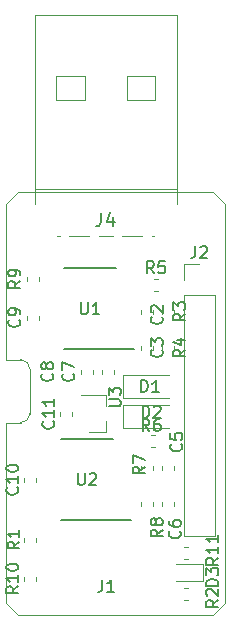
<source format=gbr>
G04 #@! TF.GenerationSoftware,KiCad,Pcbnew,(5.1.5)-3*
G04 #@! TF.CreationDate,2023-06-21T22:09:46+02:00*
G04 #@! TF.ProjectId,vkm,766b6d2e-6b69-4636-9164-5f7063625858,C*
G04 #@! TF.SameCoordinates,PX4395450PY715d7c0*
G04 #@! TF.FileFunction,Legend,Top*
G04 #@! TF.FilePolarity,Positive*
%FSLAX46Y46*%
G04 Gerber Fmt 4.6, Leading zero omitted, Abs format (unit mm)*
G04 Created by KiCad (PCBNEW (5.1.5)-3) date 2023-06-21 22:09:46*
%MOMM*%
%LPD*%
G04 APERTURE LIST*
%ADD10C,0.050000*%
%ADD11C,0.120000*%
%ADD12C,0.100000*%
%ADD13C,0.150000*%
%ADD14C,0.152000*%
G04 APERTURE END LIST*
D10*
X1016000Y37338000D02*
X0Y36322000D01*
X17526000Y37338000D02*
X18542000Y36322000D01*
X17526000Y1524000D02*
X18542000Y2540000D01*
X0Y2540000D02*
X1016000Y1524000D01*
X0Y17780000D02*
X0Y2540000D01*
X0Y23114000D02*
X0Y36322000D01*
X2032000Y18542000D02*
G75*
G02X1270000Y17780000I-762000J0D01*
G01*
X1270000Y23114000D02*
G75*
G02X2032000Y22352000I0J-762000D01*
G01*
X2032000Y18542000D02*
X2032000Y22352000D01*
X1270000Y17780000D02*
X0Y17780000D01*
X1270000Y23114000D02*
X0Y23114000D01*
X17526000Y37338000D02*
X1016000Y37338000D01*
X18542000Y2540000D02*
X18542000Y36322000D01*
X1016000Y1524000D02*
X17526000Y1524000D01*
D11*
X15402779Y7241000D02*
X15077221Y7241000D01*
X15402779Y6221000D02*
X15077221Y6221000D01*
X15053000Y31175000D02*
X16383000Y31175000D01*
X15053000Y29845000D02*
X15053000Y31175000D01*
X15053000Y28575000D02*
X17713000Y28575000D01*
X17713000Y28575000D02*
X17713000Y8195000D01*
X15053000Y28575000D02*
X15053000Y8195000D01*
X15053000Y8195000D02*
X17713000Y8195000D01*
X16725000Y5815000D02*
X14440000Y5815000D01*
X16725000Y4345000D02*
X16725000Y5815000D01*
X14440000Y4345000D02*
X16725000Y4345000D01*
X2542000Y4409221D02*
X2542000Y4734779D01*
X1522000Y4409221D02*
X1522000Y4734779D01*
X1776000Y30109279D02*
X1776000Y29783721D01*
X2796000Y30109279D02*
X2796000Y29783721D01*
X8507000Y16962000D02*
X7047000Y16962000D01*
X8507000Y20122000D02*
X6347000Y20122000D01*
X8507000Y20122000D02*
X8507000Y19192000D01*
X8507000Y16962000D02*
X8507000Y17892000D01*
X5590000Y18379221D02*
X5590000Y18704779D01*
X4570000Y18379221D02*
X4570000Y18704779D01*
X9146000Y21935221D02*
X9146000Y22260779D01*
X8126000Y21935221D02*
X8126000Y22260779D01*
X9942000Y19288000D02*
X13842000Y19288000D01*
X9942000Y17288000D02*
X13842000Y17288000D01*
X9942000Y19288000D02*
X9942000Y17288000D01*
X9942000Y21828000D02*
X13842000Y21828000D01*
X9942000Y19828000D02*
X13842000Y19828000D01*
X9942000Y21828000D02*
X9942000Y19828000D01*
X15077221Y3812000D02*
X15402779Y3812000D01*
X15077221Y2792000D02*
X15402779Y2792000D01*
X2542000Y8036779D02*
X2542000Y7711221D01*
X1522000Y8036779D02*
X1522000Y7711221D01*
D12*
X14460000Y37577000D02*
X2447000Y37577000D01*
X2447000Y52292000D02*
X2447000Y36277000D01*
X2447000Y52292000D02*
X14460000Y52292000D01*
X14460000Y52292000D02*
X14460000Y36271000D01*
X6685000Y47128000D02*
X4223000Y47128000D01*
X4223000Y47128000D02*
X4223000Y45128000D01*
X4223000Y45128000D02*
X6685000Y45128000D01*
X6685000Y47128000D02*
X6685000Y45128000D01*
X10222000Y47128000D02*
X12669000Y47128000D01*
X12669000Y47128000D02*
X12669000Y45128000D01*
X12669000Y45128000D02*
X10222000Y45128000D01*
X10222000Y47128000D02*
X10222000Y45128000D01*
X12570000Y33577000D02*
X12351000Y33577000D01*
X11555000Y33577000D02*
X9851000Y33577000D01*
X9054000Y33577000D02*
X7851000Y33577000D01*
X7054000Y33577000D02*
X5351000Y33577000D01*
X4555000Y33577000D02*
X4336000Y33577000D01*
D11*
X13206000Y11084779D02*
X13206000Y10759221D01*
X14226000Y11084779D02*
X14226000Y10759221D01*
X13206000Y14132779D02*
X13206000Y13807221D01*
X14226000Y14132779D02*
X14226000Y13807221D01*
X11428000Y24292779D02*
X11428000Y23967221D01*
X12448000Y24292779D02*
X12448000Y23967221D01*
X11428000Y27340779D02*
X11428000Y27015221D01*
X12448000Y27340779D02*
X12448000Y27015221D01*
D13*
X9083000Y16404000D02*
X4633000Y16404000D01*
X10608000Y9504000D02*
X4633000Y9504000D01*
X10862000Y23982000D02*
X4887000Y23982000D01*
X9337000Y30882000D02*
X4887000Y30882000D01*
D11*
X12448000Y11084779D02*
X12448000Y10759221D01*
X11428000Y11084779D02*
X11428000Y10759221D01*
X12448000Y14132779D02*
X12448000Y13807221D01*
X11428000Y14132779D02*
X11428000Y13807221D01*
X14226000Y24292779D02*
X14226000Y23967221D01*
X13206000Y24292779D02*
X13206000Y23967221D01*
X14226000Y27340779D02*
X14226000Y27015221D01*
X13206000Y27340779D02*
X13206000Y27015221D01*
X12283221Y16766000D02*
X12608779Y16766000D01*
X12283221Y15746000D02*
X12608779Y15746000D01*
X12537221Y29974000D02*
X12862779Y29974000D01*
X12537221Y28954000D02*
X12862779Y28954000D01*
X1522000Y12791221D02*
X1522000Y13116779D01*
X2542000Y12791221D02*
X2542000Y13116779D01*
X2796000Y26507221D02*
X2796000Y26832779D01*
X1776000Y26507221D02*
X1776000Y26832779D01*
X6348000Y21935221D02*
X6348000Y22260779D01*
X7368000Y21935221D02*
X7368000Y22260779D01*
D13*
X17978380Y6342143D02*
X17502190Y6008810D01*
X17978380Y5770715D02*
X16978380Y5770715D01*
X16978380Y6151667D01*
X17026000Y6246905D01*
X17073619Y6294524D01*
X17168857Y6342143D01*
X17311714Y6342143D01*
X17406952Y6294524D01*
X17454571Y6246905D01*
X17502190Y6151667D01*
X17502190Y5770715D01*
X17978380Y7294524D02*
X17978380Y6723096D01*
X17978380Y7008810D02*
X16978380Y7008810D01*
X17121238Y6913572D01*
X17216476Y6818334D01*
X17264095Y6723096D01*
X17978380Y8246905D02*
X17978380Y7675477D01*
X17978380Y7961191D02*
X16978380Y7961191D01*
X17121238Y7865953D01*
X17216476Y7770715D01*
X17264095Y7675477D01*
X16049666Y32722620D02*
X16049666Y32008334D01*
X16002047Y31865477D01*
X15906809Y31770239D01*
X15763952Y31722620D01*
X15668714Y31722620D01*
X16478238Y32627381D02*
X16525857Y32675000D01*
X16621095Y32722620D01*
X16859190Y32722620D01*
X16954428Y32675000D01*
X17002047Y32627381D01*
X17049666Y32532143D01*
X17049666Y32436905D01*
X17002047Y32294048D01*
X16430619Y31722620D01*
X17049666Y31722620D01*
X17978380Y3960905D02*
X16978380Y3960905D01*
X16978380Y4199000D01*
X17026000Y4341858D01*
X17121238Y4437096D01*
X17216476Y4484715D01*
X17406952Y4532334D01*
X17549809Y4532334D01*
X17740285Y4484715D01*
X17835523Y4437096D01*
X17930761Y4341858D01*
X17978380Y4199000D01*
X17978380Y3960905D01*
X16978380Y4865667D02*
X16978380Y5484715D01*
X17359333Y5151381D01*
X17359333Y5294239D01*
X17406952Y5389477D01*
X17454571Y5437096D01*
X17549809Y5484715D01*
X17787904Y5484715D01*
X17883142Y5437096D01*
X17930761Y5389477D01*
X17978380Y5294239D01*
X17978380Y5008524D01*
X17930761Y4913286D01*
X17883142Y4865667D01*
X8175666Y4484620D02*
X8175666Y3770334D01*
X8128047Y3627477D01*
X8032809Y3532239D01*
X7889952Y3484620D01*
X7794714Y3484620D01*
X9175666Y3484620D02*
X8604238Y3484620D01*
X8889952Y3484620D02*
X8889952Y4484620D01*
X8794714Y4341762D01*
X8699476Y4246524D01*
X8604238Y4198905D01*
X1054380Y3929143D02*
X578190Y3595810D01*
X1054380Y3357715D02*
X54380Y3357715D01*
X54380Y3738667D01*
X102000Y3833905D01*
X149619Y3881524D01*
X244857Y3929143D01*
X387714Y3929143D01*
X482952Y3881524D01*
X530571Y3833905D01*
X578190Y3738667D01*
X578190Y3357715D01*
X1054380Y4881524D02*
X1054380Y4310096D01*
X1054380Y4595810D02*
X54380Y4595810D01*
X197238Y4500572D01*
X292476Y4405334D01*
X340095Y4310096D01*
X54380Y5500572D02*
X54380Y5595810D01*
X102000Y5691048D01*
X149619Y5738667D01*
X244857Y5786286D01*
X435333Y5833905D01*
X673428Y5833905D01*
X863904Y5786286D01*
X959142Y5738667D01*
X1006761Y5691048D01*
X1054380Y5595810D01*
X1054380Y5500572D01*
X1006761Y5405334D01*
X959142Y5357715D01*
X863904Y5310096D01*
X673428Y5262477D01*
X435333Y5262477D01*
X244857Y5310096D01*
X149619Y5357715D01*
X102000Y5405334D01*
X54380Y5500572D01*
X1214380Y29779834D02*
X738190Y29446500D01*
X1214380Y29208405D02*
X214380Y29208405D01*
X214380Y29589358D01*
X262000Y29684596D01*
X309619Y29732215D01*
X404857Y29779834D01*
X547714Y29779834D01*
X642952Y29732215D01*
X690571Y29684596D01*
X738190Y29589358D01*
X738190Y29208405D01*
X1214380Y30256024D02*
X1214380Y30446500D01*
X1166761Y30541739D01*
X1119142Y30589358D01*
X976285Y30684596D01*
X785809Y30732215D01*
X404857Y30732215D01*
X309619Y30684596D01*
X262000Y30636977D01*
X214380Y30541739D01*
X214380Y30351262D01*
X262000Y30256024D01*
X309619Y30208405D01*
X404857Y30160786D01*
X642952Y30160786D01*
X738190Y30208405D01*
X785809Y30256024D01*
X833428Y30351262D01*
X833428Y30541739D01*
X785809Y30636977D01*
X738190Y30684596D01*
X642952Y30732215D01*
X8723380Y19177096D02*
X9532904Y19177096D01*
X9628142Y19224715D01*
X9675761Y19272334D01*
X9723380Y19367572D01*
X9723380Y19558048D01*
X9675761Y19653286D01*
X9628142Y19700905D01*
X9532904Y19748524D01*
X8723380Y19748524D01*
X8723380Y20129477D02*
X8723380Y20748524D01*
X9104333Y20415191D01*
X9104333Y20558048D01*
X9151952Y20653286D01*
X9199571Y20700905D01*
X9294809Y20748524D01*
X9532904Y20748524D01*
X9628142Y20700905D01*
X9675761Y20653286D01*
X9723380Y20558048D01*
X9723380Y20272334D01*
X9675761Y20177096D01*
X9628142Y20129477D01*
X4007142Y17899143D02*
X4054761Y17851524D01*
X4102380Y17708667D01*
X4102380Y17613429D01*
X4054761Y17470572D01*
X3959523Y17375334D01*
X3864285Y17327715D01*
X3673809Y17280096D01*
X3530952Y17280096D01*
X3340476Y17327715D01*
X3245238Y17375334D01*
X3150000Y17470572D01*
X3102380Y17613429D01*
X3102380Y17708667D01*
X3150000Y17851524D01*
X3197619Y17899143D01*
X4102380Y18851524D02*
X4102380Y18280096D01*
X4102380Y18565810D02*
X3102380Y18565810D01*
X3245238Y18470572D01*
X3340476Y18375334D01*
X3388095Y18280096D01*
X4102380Y19803905D02*
X4102380Y19232477D01*
X4102380Y19518191D02*
X3102380Y19518191D01*
X3245238Y19422953D01*
X3340476Y19327715D01*
X3388095Y19232477D01*
X5691142Y21931334D02*
X5738761Y21883715D01*
X5786380Y21740858D01*
X5786380Y21645620D01*
X5738761Y21502762D01*
X5643523Y21407524D01*
X5548285Y21359905D01*
X5357809Y21312286D01*
X5214952Y21312286D01*
X5024476Y21359905D01*
X4929238Y21407524D01*
X4834000Y21502762D01*
X4786380Y21645620D01*
X4786380Y21740858D01*
X4834000Y21883715D01*
X4881619Y21931334D01*
X4786380Y22264667D02*
X4786380Y22931334D01*
X5786380Y22502762D01*
X11580904Y18216620D02*
X11580904Y19216620D01*
X11819000Y19216620D01*
X11961857Y19169000D01*
X12057095Y19073762D01*
X12104714Y18978524D01*
X12152333Y18788048D01*
X12152333Y18645191D01*
X12104714Y18454715D01*
X12057095Y18359477D01*
X11961857Y18264239D01*
X11819000Y18216620D01*
X11580904Y18216620D01*
X12533285Y19121381D02*
X12580904Y19169000D01*
X12676142Y19216620D01*
X12914238Y19216620D01*
X13009476Y19169000D01*
X13057095Y19121381D01*
X13104714Y19026143D01*
X13104714Y18930905D01*
X13057095Y18788048D01*
X12485666Y18216620D01*
X13104714Y18216620D01*
X11453904Y20375620D02*
X11453904Y21375620D01*
X11692000Y21375620D01*
X11834857Y21328000D01*
X11930095Y21232762D01*
X11977714Y21137524D01*
X12025333Y20947048D01*
X12025333Y20804191D01*
X11977714Y20613715D01*
X11930095Y20518477D01*
X11834857Y20423239D01*
X11692000Y20375620D01*
X11453904Y20375620D01*
X12977714Y20375620D02*
X12406285Y20375620D01*
X12692000Y20375620D02*
X12692000Y21375620D01*
X12596761Y21232762D01*
X12501523Y21137524D01*
X12406285Y21089905D01*
X17978380Y2754334D02*
X17502190Y2421000D01*
X17978380Y2182905D02*
X16978380Y2182905D01*
X16978380Y2563858D01*
X17026000Y2659096D01*
X17073619Y2706715D01*
X17168857Y2754334D01*
X17311714Y2754334D01*
X17406952Y2706715D01*
X17454571Y2659096D01*
X17502190Y2563858D01*
X17502190Y2182905D01*
X17073619Y3135286D02*
X17026000Y3182905D01*
X16978380Y3278143D01*
X16978380Y3516239D01*
X17026000Y3611477D01*
X17073619Y3659096D01*
X17168857Y3706715D01*
X17264095Y3706715D01*
X17406952Y3659096D01*
X17978380Y3087667D01*
X17978380Y3706715D01*
X1150880Y7707334D02*
X674690Y7374000D01*
X1150880Y7135905D02*
X150880Y7135905D01*
X150880Y7516858D01*
X198500Y7612096D01*
X246119Y7659715D01*
X341357Y7707334D01*
X484214Y7707334D01*
X579452Y7659715D01*
X627071Y7612096D01*
X674690Y7516858D01*
X674690Y7135905D01*
X1150880Y8659715D02*
X1150880Y8088286D01*
X1150880Y8374000D02*
X150880Y8374000D01*
X293738Y8278762D01*
X388976Y8183524D01*
X436595Y8088286D01*
D14*
X8049200Y35550929D02*
X8049200Y34734500D01*
X7994772Y34571215D01*
X7885915Y34462358D01*
X7722629Y34407929D01*
X7613772Y34407929D01*
X9083343Y35169929D02*
X9083343Y34407929D01*
X8811200Y35605358D02*
X8539057Y34788929D01*
X9246629Y34788929D01*
D13*
X14708142Y8596334D02*
X14755761Y8548715D01*
X14803380Y8405858D01*
X14803380Y8310620D01*
X14755761Y8167762D01*
X14660523Y8072524D01*
X14565285Y8024905D01*
X14374809Y7977286D01*
X14231952Y7977286D01*
X14041476Y8024905D01*
X13946238Y8072524D01*
X13851000Y8167762D01*
X13803380Y8310620D01*
X13803380Y8405858D01*
X13851000Y8548715D01*
X13898619Y8596334D01*
X13803380Y9453477D02*
X13803380Y9263000D01*
X13851000Y9167762D01*
X13898619Y9120143D01*
X14041476Y9024905D01*
X14231952Y8977286D01*
X14612904Y8977286D01*
X14708142Y9024905D01*
X14755761Y9072524D01*
X14803380Y9167762D01*
X14803380Y9358239D01*
X14755761Y9453477D01*
X14708142Y9501096D01*
X14612904Y9548715D01*
X14374809Y9548715D01*
X14279571Y9501096D01*
X14231952Y9453477D01*
X14184333Y9358239D01*
X14184333Y9167762D01*
X14231952Y9072524D01*
X14279571Y9024905D01*
X14374809Y8977286D01*
X14835142Y15962334D02*
X14882761Y15914715D01*
X14930380Y15771858D01*
X14930380Y15676620D01*
X14882761Y15533762D01*
X14787523Y15438524D01*
X14692285Y15390905D01*
X14501809Y15343286D01*
X14358952Y15343286D01*
X14168476Y15390905D01*
X14073238Y15438524D01*
X13978000Y15533762D01*
X13930380Y15676620D01*
X13930380Y15771858D01*
X13978000Y15914715D01*
X14025619Y15962334D01*
X13930380Y16867096D02*
X13930380Y16390905D01*
X14406571Y16343286D01*
X14358952Y16390905D01*
X14311333Y16486143D01*
X14311333Y16724239D01*
X14358952Y16819477D01*
X14406571Y16867096D01*
X14501809Y16914715D01*
X14739904Y16914715D01*
X14835142Y16867096D01*
X14882761Y16819477D01*
X14930380Y16724239D01*
X14930380Y16486143D01*
X14882761Y16390905D01*
X14835142Y16343286D01*
X13184142Y23963334D02*
X13231761Y23915715D01*
X13279380Y23772858D01*
X13279380Y23677620D01*
X13231761Y23534762D01*
X13136523Y23439524D01*
X13041285Y23391905D01*
X12850809Y23344286D01*
X12707952Y23344286D01*
X12517476Y23391905D01*
X12422238Y23439524D01*
X12327000Y23534762D01*
X12279380Y23677620D01*
X12279380Y23772858D01*
X12327000Y23915715D01*
X12374619Y23963334D01*
X12279380Y24296667D02*
X12279380Y24915715D01*
X12660333Y24582381D01*
X12660333Y24725239D01*
X12707952Y24820477D01*
X12755571Y24868096D01*
X12850809Y24915715D01*
X13088904Y24915715D01*
X13184142Y24868096D01*
X13231761Y24820477D01*
X13279380Y24725239D01*
X13279380Y24439524D01*
X13231761Y24344286D01*
X13184142Y24296667D01*
X13184142Y26757334D02*
X13231761Y26709715D01*
X13279380Y26566858D01*
X13279380Y26471620D01*
X13231761Y26328762D01*
X13136523Y26233524D01*
X13041285Y26185905D01*
X12850809Y26138286D01*
X12707952Y26138286D01*
X12517476Y26185905D01*
X12422238Y26233524D01*
X12327000Y26328762D01*
X12279380Y26471620D01*
X12279380Y26566858D01*
X12327000Y26709715D01*
X12374619Y26757334D01*
X12374619Y27138286D02*
X12327000Y27185905D01*
X12279380Y27281143D01*
X12279380Y27519239D01*
X12327000Y27614477D01*
X12374619Y27662096D01*
X12469857Y27709715D01*
X12565095Y27709715D01*
X12707952Y27662096D01*
X13279380Y27090667D01*
X13279380Y27709715D01*
X6096095Y13512620D02*
X6096095Y12703096D01*
X6143714Y12607858D01*
X6191333Y12560239D01*
X6286571Y12512620D01*
X6477047Y12512620D01*
X6572285Y12560239D01*
X6619904Y12607858D01*
X6667523Y12703096D01*
X6667523Y13512620D01*
X7096095Y13417381D02*
X7143714Y13465000D01*
X7238952Y13512620D01*
X7477047Y13512620D01*
X7572285Y13465000D01*
X7619904Y13417381D01*
X7667523Y13322143D01*
X7667523Y13226905D01*
X7619904Y13084048D01*
X7048476Y12512620D01*
X7667523Y12512620D01*
X6350095Y27971620D02*
X6350095Y27162096D01*
X6397714Y27066858D01*
X6445333Y27019239D01*
X6540571Y26971620D01*
X6731047Y26971620D01*
X6826285Y27019239D01*
X6873904Y27066858D01*
X6921523Y27162096D01*
X6921523Y27971620D01*
X7921523Y26971620D02*
X7350095Y26971620D01*
X7635809Y26971620D02*
X7635809Y27971620D01*
X7540571Y27828762D01*
X7445333Y27733524D01*
X7350095Y27685905D01*
X13279380Y8723334D02*
X12803190Y8390000D01*
X13279380Y8151905D02*
X12279380Y8151905D01*
X12279380Y8532858D01*
X12327000Y8628096D01*
X12374619Y8675715D01*
X12469857Y8723334D01*
X12612714Y8723334D01*
X12707952Y8675715D01*
X12755571Y8628096D01*
X12803190Y8532858D01*
X12803190Y8151905D01*
X12707952Y9294762D02*
X12660333Y9199524D01*
X12612714Y9151905D01*
X12517476Y9104286D01*
X12469857Y9104286D01*
X12374619Y9151905D01*
X12327000Y9199524D01*
X12279380Y9294762D01*
X12279380Y9485239D01*
X12327000Y9580477D01*
X12374619Y9628096D01*
X12469857Y9675715D01*
X12517476Y9675715D01*
X12612714Y9628096D01*
X12660333Y9580477D01*
X12707952Y9485239D01*
X12707952Y9294762D01*
X12755571Y9199524D01*
X12803190Y9151905D01*
X12898428Y9104286D01*
X13088904Y9104286D01*
X13184142Y9151905D01*
X13231761Y9199524D01*
X13279380Y9294762D01*
X13279380Y9485239D01*
X13231761Y9580477D01*
X13184142Y9628096D01*
X13088904Y9675715D01*
X12898428Y9675715D01*
X12803190Y9628096D01*
X12755571Y9580477D01*
X12707952Y9485239D01*
X11755380Y14057334D02*
X11279190Y13724000D01*
X11755380Y13485905D02*
X10755380Y13485905D01*
X10755380Y13866858D01*
X10803000Y13962096D01*
X10850619Y14009715D01*
X10945857Y14057334D01*
X11088714Y14057334D01*
X11183952Y14009715D01*
X11231571Y13962096D01*
X11279190Y13866858D01*
X11279190Y13485905D01*
X10755380Y14390667D02*
X10755380Y15057334D01*
X11755380Y14628762D01*
X15184380Y23963334D02*
X14708190Y23630000D01*
X15184380Y23391905D02*
X14184380Y23391905D01*
X14184380Y23772858D01*
X14232000Y23868096D01*
X14279619Y23915715D01*
X14374857Y23963334D01*
X14517714Y23963334D01*
X14612952Y23915715D01*
X14660571Y23868096D01*
X14708190Y23772858D01*
X14708190Y23391905D01*
X14517714Y24820477D02*
X15184380Y24820477D01*
X14136761Y24582381D02*
X14851047Y24344286D01*
X14851047Y24963334D01*
X15184380Y27011334D02*
X14708190Y26678000D01*
X15184380Y26439905D02*
X14184380Y26439905D01*
X14184380Y26820858D01*
X14232000Y26916096D01*
X14279619Y26963715D01*
X14374857Y27011334D01*
X14517714Y27011334D01*
X14612952Y26963715D01*
X14660571Y26916096D01*
X14708190Y26820858D01*
X14708190Y26439905D01*
X14184380Y27344667D02*
X14184380Y27963715D01*
X14565333Y27630381D01*
X14565333Y27773239D01*
X14612952Y27868477D01*
X14660571Y27916096D01*
X14755809Y27963715D01*
X14993904Y27963715D01*
X15089142Y27916096D01*
X15136761Y27868477D01*
X15184380Y27773239D01*
X15184380Y27487524D01*
X15136761Y27392286D01*
X15089142Y27344667D01*
X12152333Y17073620D02*
X11819000Y17549810D01*
X11580904Y17073620D02*
X11580904Y18073620D01*
X11961857Y18073620D01*
X12057095Y18026000D01*
X12104714Y17978381D01*
X12152333Y17883143D01*
X12152333Y17740286D01*
X12104714Y17645048D01*
X12057095Y17597429D01*
X11961857Y17549810D01*
X11580904Y17549810D01*
X13009476Y18073620D02*
X12819000Y18073620D01*
X12723761Y18026000D01*
X12676142Y17978381D01*
X12580904Y17835524D01*
X12533285Y17645048D01*
X12533285Y17264096D01*
X12580904Y17168858D01*
X12628523Y17121239D01*
X12723761Y17073620D01*
X12914238Y17073620D01*
X13009476Y17121239D01*
X13057095Y17168858D01*
X13104714Y17264096D01*
X13104714Y17502191D01*
X13057095Y17597429D01*
X13009476Y17645048D01*
X12914238Y17692667D01*
X12723761Y17692667D01*
X12628523Y17645048D01*
X12580904Y17597429D01*
X12533285Y17502191D01*
X12533333Y30441620D02*
X12200000Y30917810D01*
X11961904Y30441620D02*
X11961904Y31441620D01*
X12342857Y31441620D01*
X12438095Y31394000D01*
X12485714Y31346381D01*
X12533333Y31251143D01*
X12533333Y31108286D01*
X12485714Y31013048D01*
X12438095Y30965429D01*
X12342857Y30917810D01*
X11961904Y30917810D01*
X13438095Y31441620D02*
X12961904Y31441620D01*
X12914285Y30965429D01*
X12961904Y31013048D01*
X13057142Y31060667D01*
X13295238Y31060667D01*
X13390476Y31013048D01*
X13438095Y30965429D01*
X13485714Y30870191D01*
X13485714Y30632096D01*
X13438095Y30536858D01*
X13390476Y30489239D01*
X13295238Y30441620D01*
X13057142Y30441620D01*
X12961904Y30489239D01*
X12914285Y30536858D01*
X959142Y12311143D02*
X1006761Y12263524D01*
X1054380Y12120667D01*
X1054380Y12025429D01*
X1006761Y11882572D01*
X911523Y11787334D01*
X816285Y11739715D01*
X625809Y11692096D01*
X482952Y11692096D01*
X292476Y11739715D01*
X197238Y11787334D01*
X102000Y11882572D01*
X54380Y12025429D01*
X54380Y12120667D01*
X102000Y12263524D01*
X149619Y12311143D01*
X1054380Y13263524D02*
X1054380Y12692096D01*
X1054380Y12977810D02*
X54380Y12977810D01*
X197238Y12882572D01*
X292476Y12787334D01*
X340095Y12692096D01*
X54380Y13882572D02*
X54380Y13977810D01*
X102000Y14073048D01*
X149619Y14120667D01*
X244857Y14168286D01*
X435333Y14215905D01*
X673428Y14215905D01*
X863904Y14168286D01*
X959142Y14120667D01*
X1006761Y14073048D01*
X1054380Y13977810D01*
X1054380Y13882572D01*
X1006761Y13787334D01*
X959142Y13739715D01*
X863904Y13692096D01*
X673428Y13644477D01*
X435333Y13644477D01*
X244857Y13692096D01*
X149619Y13739715D01*
X102000Y13787334D01*
X54380Y13882572D01*
X1119142Y26503334D02*
X1166761Y26455715D01*
X1214380Y26312858D01*
X1214380Y26217620D01*
X1166761Y26074762D01*
X1071523Y25979524D01*
X976285Y25931905D01*
X785809Y25884286D01*
X642952Y25884286D01*
X452476Y25931905D01*
X357238Y25979524D01*
X262000Y26074762D01*
X214380Y26217620D01*
X214380Y26312858D01*
X262000Y26455715D01*
X309619Y26503334D01*
X1214380Y26979524D02*
X1214380Y27170000D01*
X1166761Y27265239D01*
X1119142Y27312858D01*
X976285Y27408096D01*
X785809Y27455715D01*
X404857Y27455715D01*
X309619Y27408096D01*
X262000Y27360477D01*
X214380Y27265239D01*
X214380Y27074762D01*
X262000Y26979524D01*
X309619Y26931905D01*
X404857Y26884286D01*
X642952Y26884286D01*
X738190Y26931905D01*
X785809Y26979524D01*
X833428Y27074762D01*
X833428Y27265239D01*
X785809Y27360477D01*
X738190Y27408096D01*
X642952Y27455715D01*
X3913142Y21931334D02*
X3960761Y21883715D01*
X4008380Y21740858D01*
X4008380Y21645620D01*
X3960761Y21502762D01*
X3865523Y21407524D01*
X3770285Y21359905D01*
X3579809Y21312286D01*
X3436952Y21312286D01*
X3246476Y21359905D01*
X3151238Y21407524D01*
X3056000Y21502762D01*
X3008380Y21645620D01*
X3008380Y21740858D01*
X3056000Y21883715D01*
X3103619Y21931334D01*
X3436952Y22502762D02*
X3389333Y22407524D01*
X3341714Y22359905D01*
X3246476Y22312286D01*
X3198857Y22312286D01*
X3103619Y22359905D01*
X3056000Y22407524D01*
X3008380Y22502762D01*
X3008380Y22693239D01*
X3056000Y22788477D01*
X3103619Y22836096D01*
X3198857Y22883715D01*
X3246476Y22883715D01*
X3341714Y22836096D01*
X3389333Y22788477D01*
X3436952Y22693239D01*
X3436952Y22502762D01*
X3484571Y22407524D01*
X3532190Y22359905D01*
X3627428Y22312286D01*
X3817904Y22312286D01*
X3913142Y22359905D01*
X3960761Y22407524D01*
X4008380Y22502762D01*
X4008380Y22693239D01*
X3960761Y22788477D01*
X3913142Y22836096D01*
X3817904Y22883715D01*
X3627428Y22883715D01*
X3532190Y22836096D01*
X3484571Y22788477D01*
X3436952Y22693239D01*
M02*

</source>
